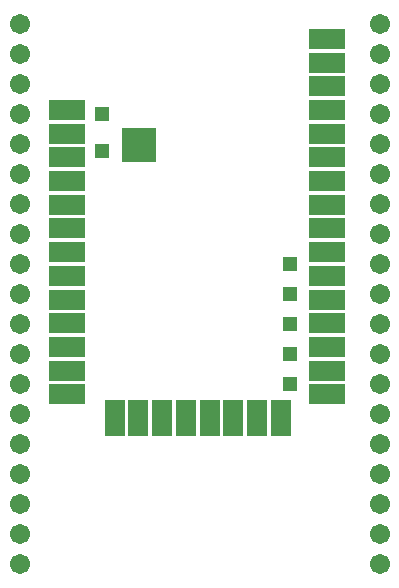
<source format=gts>
G75*
%MOIN*%
%OFA0B0*%
%FSLAX25Y25*%
%IPPOS*%
%LPD*%
%AMOC8*
5,1,8,0,0,1.08239X$1,22.5*
%
%ADD10R,0.12000X0.06800*%
%ADD11R,0.06800X0.12000*%
%ADD12R,0.11800X0.11800*%
%ADD13C,0.06737*%
%ADD14R,0.04762X0.04762*%
D10*
X0027700Y0068300D03*
X0027700Y0076200D03*
X0027700Y0084100D03*
X0027700Y0092000D03*
X0027700Y0099900D03*
X0027700Y0107800D03*
X0027700Y0115700D03*
X0027700Y0123600D03*
X0027700Y0131500D03*
X0027700Y0139400D03*
X0027700Y0147300D03*
X0027700Y0155200D03*
X0027700Y0163100D03*
X0114300Y0163100D03*
X0114300Y0171000D03*
X0114300Y0178900D03*
X0114300Y0186800D03*
X0114300Y0155200D03*
X0114300Y0147300D03*
X0114300Y0139400D03*
X0114300Y0131500D03*
X0114300Y0123600D03*
X0114300Y0115700D03*
X0114300Y0107800D03*
X0114300Y0099900D03*
X0114300Y0092000D03*
X0114300Y0084100D03*
X0114300Y0076200D03*
X0114300Y0068300D03*
D11*
X0098800Y0060400D03*
X0090900Y0060400D03*
X0083000Y0060400D03*
X0075100Y0060400D03*
X0067200Y0060400D03*
X0059300Y0060400D03*
X0051400Y0060400D03*
X0043500Y0060400D03*
D12*
X0051700Y0151400D03*
D13*
X0011800Y0011800D03*
X0011800Y0021800D03*
X0011800Y0031800D03*
X0011800Y0041800D03*
X0011800Y0051800D03*
X0011800Y0061800D03*
X0011800Y0071800D03*
X0011800Y0081800D03*
X0011800Y0091800D03*
X0011800Y0101800D03*
X0011800Y0111800D03*
X0011800Y0121800D03*
X0011800Y0131800D03*
X0011800Y0141800D03*
X0011800Y0151800D03*
X0011800Y0161800D03*
X0011800Y0171800D03*
X0011800Y0181800D03*
X0011800Y0191800D03*
X0131800Y0191800D03*
X0131800Y0181800D03*
X0131800Y0171800D03*
X0131800Y0161800D03*
X0131800Y0151800D03*
X0131800Y0141800D03*
X0131800Y0131800D03*
X0131800Y0121800D03*
X0131800Y0111800D03*
X0131800Y0101800D03*
X0131800Y0091800D03*
X0131800Y0081800D03*
X0131800Y0071800D03*
X0131800Y0061800D03*
X0131800Y0051800D03*
X0131800Y0041800D03*
X0131800Y0031800D03*
X0131800Y0021800D03*
X0131800Y0011800D03*
D14*
X0101800Y0071800D03*
X0101800Y0081800D03*
X0101800Y0091800D03*
X0101800Y0101800D03*
X0101800Y0111800D03*
X0039300Y0149300D03*
X0039300Y0161800D03*
M02*

</source>
